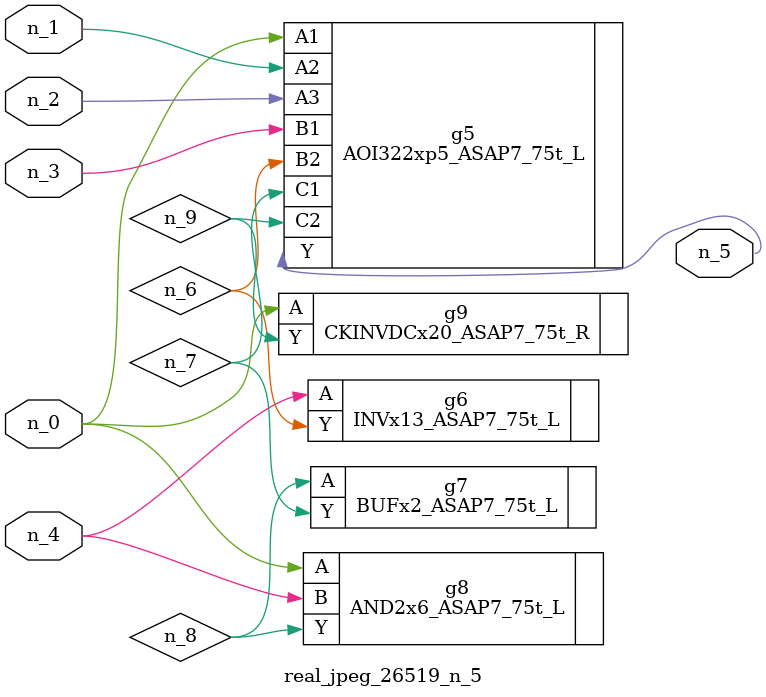
<source format=v>
module real_jpeg_26519_n_5 (n_4, n_0, n_1, n_2, n_3, n_5);

input n_4;
input n_0;
input n_1;
input n_2;
input n_3;

output n_5;

wire n_8;
wire n_6;
wire n_7;
wire n_9;

AOI322xp5_ASAP7_75t_L g5 ( 
.A1(n_0),
.A2(n_1),
.A3(n_2),
.B1(n_3),
.B2(n_6),
.C1(n_7),
.C2(n_9),
.Y(n_5)
);

AND2x6_ASAP7_75t_L g8 ( 
.A(n_0),
.B(n_4),
.Y(n_8)
);

CKINVDCx20_ASAP7_75t_R g9 ( 
.A(n_0),
.Y(n_9)
);

INVx13_ASAP7_75t_L g6 ( 
.A(n_4),
.Y(n_6)
);

BUFx2_ASAP7_75t_L g7 ( 
.A(n_8),
.Y(n_7)
);


endmodule
</source>
